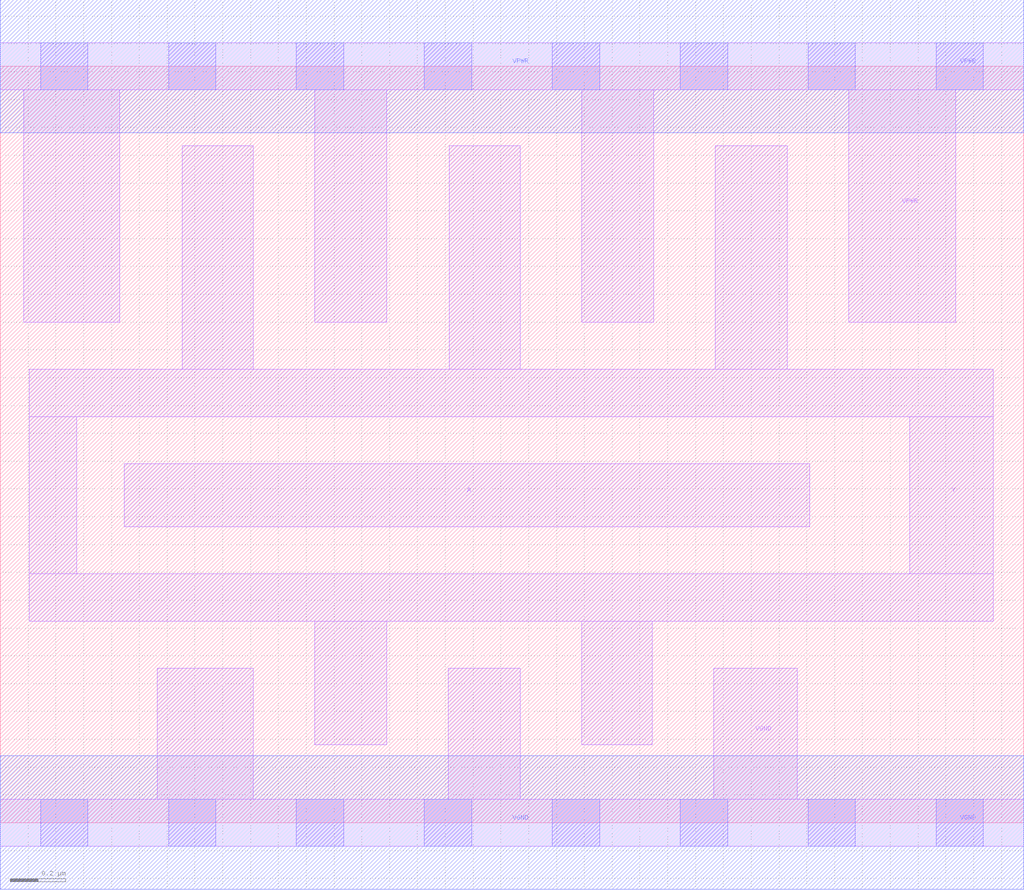
<source format=lef>
# Copyright 2020 The SkyWater PDK Authors
#
# Licensed under the Apache License, Version 2.0 (the "License");
# you may not use this file except in compliance with the License.
# You may obtain a copy of the License at
#
#     https://www.apache.org/licenses/LICENSE-2.0
#
# Unless required by applicable law or agreed to in writing, software
# distributed under the License is distributed on an "AS IS" BASIS,
# WITHOUT WARRANTIES OR CONDITIONS OF ANY KIND, either express or implied.
# See the License for the specific language governing permissions and
# limitations under the License.
#
# SPDX-License-Identifier: Apache-2.0

VERSION 5.7 ;
  NAMESCASESENSITIVE ON ;
  NOWIREEXTENSIONATPIN ON ;
  DIVIDERCHAR "/" ;
  BUSBITCHARS "[]" ;
UNITS
  DATABASE MICRONS 200 ;
END UNITS
PROPERTYDEFINITIONS
  MACRO maskLayoutSubType STRING ;
  MACRO prCellType STRING ;
  MACRO originalViewName STRING ;
END PROPERTYDEFINITIONS
MACRO sky130_fd_sc_hdll__clkinv_4
  CLASS CORE ;
  FOREIGN sky130_fd_sc_hdll__clkinv_4 ;
  ORIGIN  0.000000  0.000000 ;
  SIZE  3.680000 BY  2.720000 ;
  SYMMETRY X Y R90 ;
  SITE unithd ;
  PIN A
    ANTENNAGATEAREA  1.332000 ;
    DIRECTION INPUT ;
    USE SIGNAL ;
    PORT
      LAYER li1 ;
        RECT 0.445000 1.065000 2.910000 1.290000 ;
    END
  END A
  PIN VGND
    ANTENNADIFFAREA  0.485100 ;
    DIRECTION INOUT ;
    USE SIGNAL ;
    PORT
      LAYER li1 ;
        RECT 0.000000 -0.085000 3.680000 0.085000 ;
        RECT 0.565000  0.085000 0.910000 0.555000 ;
        RECT 1.610000  0.085000 1.870000 0.555000 ;
        RECT 2.565000  0.085000 2.865000 0.555000 ;
      LAYER mcon ;
        RECT 0.145000 -0.085000 0.315000 0.085000 ;
        RECT 0.605000 -0.085000 0.775000 0.085000 ;
        RECT 1.065000 -0.085000 1.235000 0.085000 ;
        RECT 1.525000 -0.085000 1.695000 0.085000 ;
        RECT 1.985000 -0.085000 2.155000 0.085000 ;
        RECT 2.445000 -0.085000 2.615000 0.085000 ;
        RECT 2.905000 -0.085000 3.075000 0.085000 ;
        RECT 3.365000 -0.085000 3.535000 0.085000 ;
      LAYER met1 ;
        RECT 0.000000 -0.240000 3.680000 0.240000 ;
    END
  END VGND
  PIN VPWR
    ANTENNADIFFAREA  1.270000 ;
    DIRECTION INOUT ;
    USE SIGNAL ;
    PORT
      LAYER li1 ;
        RECT 0.000000 2.635000 3.680000 2.805000 ;
        RECT 0.085000 1.800000 0.430000 2.635000 ;
        RECT 1.130000 1.800000 1.390000 2.635000 ;
        RECT 2.090000 1.800000 2.350000 2.635000 ;
        RECT 3.050000 1.800000 3.435000 2.635000 ;
      LAYER mcon ;
        RECT 0.145000 2.635000 0.315000 2.805000 ;
        RECT 0.605000 2.635000 0.775000 2.805000 ;
        RECT 1.065000 2.635000 1.235000 2.805000 ;
        RECT 1.525000 2.635000 1.695000 2.805000 ;
        RECT 1.985000 2.635000 2.155000 2.805000 ;
        RECT 2.445000 2.635000 2.615000 2.805000 ;
        RECT 2.905000 2.635000 3.075000 2.805000 ;
        RECT 3.365000 2.635000 3.535000 2.805000 ;
      LAYER met1 ;
        RECT 0.000000 2.480000 3.680000 2.960000 ;
    END
  END VPWR
  PIN Y
    ANTENNADIFFAREA  1.177200 ;
    DIRECTION OUTPUT ;
    USE SIGNAL ;
    PORT
      LAYER li1 ;
        RECT 0.105000 0.725000 3.570000 0.895000 ;
        RECT 0.105000 0.895000 0.275000 1.460000 ;
        RECT 0.105000 1.460000 3.570000 1.630000 ;
        RECT 0.655000 1.630000 0.910000 2.435000 ;
        RECT 1.130000 0.280000 1.390000 0.725000 ;
        RECT 1.615000 1.630000 1.870000 2.435000 ;
        RECT 2.090000 0.280000 2.345000 0.725000 ;
        RECT 2.570000 1.630000 2.830000 2.435000 ;
        RECT 3.270000 0.895000 3.570000 1.460000 ;
    END
  END Y
  PROPERTY maskLayoutSubType "abstract" ;
  PROPERTY prCellType "standard" ;
  PROPERTY originalViewName "layout" ;
END sky130_fd_sc_hdll__clkinv_4

</source>
